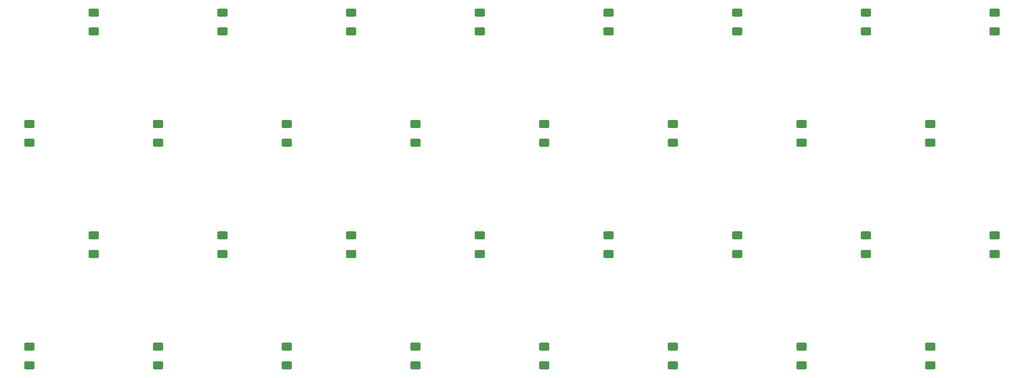
<source format=gtp>
G04 #@! TF.GenerationSoftware,KiCad,Pcbnew,7.0.11*
G04 #@! TF.CreationDate,2024-11-21T01:14:31-06:00*
G04 #@! TF.ProjectId,Sardinia_v0.2,53617264-696e-4696-915f-76302e322e6b,rev?*
G04 #@! TF.SameCoordinates,Original*
G04 #@! TF.FileFunction,Paste,Top*
G04 #@! TF.FilePolarity,Positive*
%FSLAX46Y46*%
G04 Gerber Fmt 4.6, Leading zero omitted, Abs format (unit mm)*
G04 Created by KiCad (PCBNEW 7.0.11) date 2024-11-21 01:14:31*
%MOMM*%
%LPD*%
G01*
G04 APERTURE LIST*
G04 Aperture macros list*
%AMRoundRect*
0 Rectangle with rounded corners*
0 $1 Rounding radius*
0 $2 $3 $4 $5 $6 $7 $8 $9 X,Y pos of 4 corners*
0 Add a 4 corners polygon primitive as box body*
4,1,4,$2,$3,$4,$5,$6,$7,$8,$9,$2,$3,0*
0 Add four circle primitives for the rounded corners*
1,1,$1+$1,$2,$3*
1,1,$1+$1,$4,$5*
1,1,$1+$1,$6,$7*
1,1,$1+$1,$8,$9*
0 Add four rect primitives between the rounded corners*
20,1,$1+$1,$2,$3,$4,$5,0*
20,1,$1+$1,$4,$5,$6,$7,0*
20,1,$1+$1,$6,$7,$8,$9,0*
20,1,$1+$1,$8,$9,$2,$3,0*%
G04 Aperture macros list end*
%ADD10RoundRect,0.250000X0.625000X-0.400000X0.625000X0.400000X-0.625000X0.400000X-0.625000X-0.400000X0*%
G04 APERTURE END LIST*
D10*
X124500000Y-107669548D03*
X124500000Y-104569548D03*
X264250000Y-126289096D03*
X264250000Y-123189096D03*
X221250000Y-126289096D03*
X221250000Y-123189096D03*
X232000000Y-144908644D03*
X232000000Y-141808644D03*
X113750000Y-89050000D03*
X113750000Y-85950000D03*
X113750000Y-126289096D03*
X113750000Y-123189096D03*
X146000000Y-144908644D03*
X146000000Y-141808644D03*
X199750000Y-126289096D03*
X199750000Y-123189096D03*
X167500000Y-107669548D03*
X167500000Y-104569548D03*
X156750000Y-126289096D03*
X156750000Y-123189096D03*
X210500000Y-107669548D03*
X210500000Y-104569548D03*
X156750000Y-89050000D03*
X156750000Y-85950000D03*
X103000000Y-144908644D03*
X103000000Y-141808644D03*
X103000000Y-107669548D03*
X103000000Y-104569548D03*
X146000000Y-107669548D03*
X146000000Y-104569548D03*
X242750000Y-89050000D03*
X242750000Y-85950000D03*
X221250000Y-89050000D03*
X221250000Y-85950000D03*
X135250000Y-126289096D03*
X135250000Y-123189096D03*
X264250000Y-89050000D03*
X264250000Y-85950000D03*
X124500000Y-144908644D03*
X124500000Y-141808644D03*
X189000000Y-107669548D03*
X189000000Y-104569548D03*
X210500000Y-144908644D03*
X210500000Y-141808644D03*
X189000000Y-144908644D03*
X189000000Y-141808644D03*
X232000000Y-107669548D03*
X232000000Y-104569548D03*
X253500000Y-144908644D03*
X253500000Y-141808644D03*
X242750000Y-126289096D03*
X242750000Y-123189096D03*
X178250000Y-89050000D03*
X178250000Y-85950000D03*
X253500000Y-107669548D03*
X253500000Y-104569548D03*
X135250000Y-89050000D03*
X135250000Y-85950000D03*
X199750000Y-89050000D03*
X199750000Y-85950000D03*
X167500000Y-144908644D03*
X167500000Y-141808644D03*
X178250000Y-126289096D03*
X178250000Y-123189096D03*
M02*

</source>
